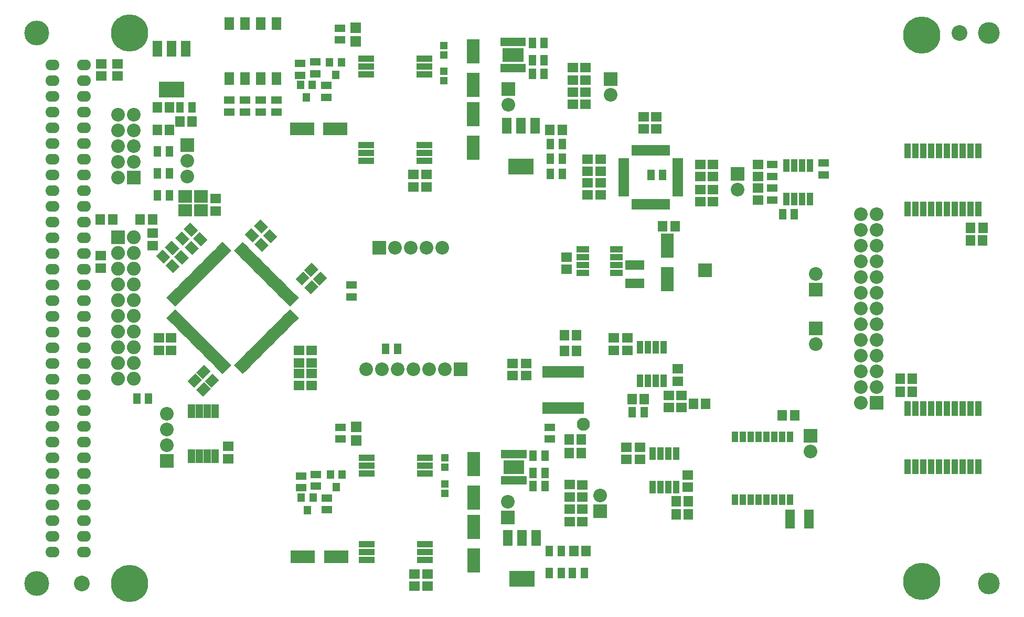
<source format=gts>
G04 #@! TF.FileFunction,Soldermask,Top*
%FSLAX46Y46*%
G04 Gerber Fmt 4.6, Leading zero omitted, Abs format (unit mm)*
G04 Created by KiCad (PCBNEW no-vcs-found-product) date Mon Sep  4 09:08:35 2017*
%MOMM*%
%LPD*%
G01*
G04 APERTURE LIST*
%ADD10C,0.150000*%
%ADD11R,2.235200X2.235200*%
%ADD12O,2.235200X2.235200*%
%ADD13C,6.008000*%
%ADD14O,2.308000X1.708000*%
%ADD15C,3.508000*%
%ADD16C,4.008000*%
%ADD17R,1.808000X1.208000*%
%ADD18R,0.758000X1.808000*%
%ADD19R,1.808000X0.758000*%
%ADD20R,0.958000X1.958000*%
%ADD21R,1.208000X1.808000*%
%ADD22R,4.165600X2.540000*%
%ADD23R,1.524000X2.540000*%
%ADD24R,2.108000X4.008000*%
%ADD25R,2.508000X1.108000*%
%ADD26R,0.928000X1.398000*%
%ADD27R,1.220500X1.333000*%
%ADD28R,1.308000X1.408000*%
%ADD29R,2.208000X2.208000*%
%ADD30O,2.208000X2.208000*%
%ADD31R,1.758000X1.508000*%
%ADD32R,4.008000X2.108000*%
%ADD33R,1.508000X1.758000*%
%ADD34R,3.008000X1.508000*%
%ADD35R,1.158000X2.208000*%
%ADD36R,1.108000X2.058000*%
%ADD37R,2.058000X1.108000*%
%ADD38R,1.108000X2.458000*%
%ADD39R,1.508000X3.008000*%
%ADD40R,1.016000X1.651000*%
%ADD41R,1.608000X2.008000*%
%ADD42C,2.108000*%
%ADD43C,2.540000*%
%ADD44R,1.708000X1.708000*%
%ADD45R,1.258000X1.308000*%
%ADD46R,2.208000X2.008000*%
G04 APERTURE END LIST*
D10*
D11*
X37226000Y-65140000D03*
D12*
X39766000Y-65140000D03*
X37226000Y-67680000D03*
X39766000Y-67680000D03*
X37226000Y-70220000D03*
X39766000Y-70220000D03*
X37226000Y-72760000D03*
X39766000Y-72760000D03*
X37226000Y-75300000D03*
X39766000Y-75300000D03*
X37226000Y-77840000D03*
X39766000Y-77840000D03*
X37226000Y-80380000D03*
X39766000Y-80380000D03*
X37226000Y-82920000D03*
X39766000Y-82920000D03*
X37226000Y-85460000D03*
X39766000Y-85460000D03*
X37226000Y-88000000D03*
X39766000Y-88000000D03*
D13*
X166946900Y-32512000D03*
X39096000Y-32170000D03*
X39096000Y-121170000D03*
D14*
X26636000Y-116090000D03*
D15*
X177766000Y-121170000D03*
X177766000Y-32170000D03*
D16*
X24096000Y-121170000D03*
X24096000Y-32170000D03*
D14*
X31716000Y-116090000D03*
X31716000Y-113550000D03*
X31716000Y-111010000D03*
X31716000Y-108470000D03*
X31716000Y-105930000D03*
X31716000Y-103390000D03*
X31716000Y-100850000D03*
X31716000Y-98310000D03*
X31716000Y-95770000D03*
X31716000Y-93230000D03*
X31716000Y-90690000D03*
X31716000Y-88150000D03*
X31716000Y-85610000D03*
X31716000Y-83070000D03*
X31716000Y-80530000D03*
X31716000Y-77990000D03*
X31716000Y-75450000D03*
X31716000Y-72910000D03*
X31716000Y-70370000D03*
X31716000Y-67830000D03*
X31716000Y-65290000D03*
X31716000Y-62750000D03*
X31716000Y-60210000D03*
X31716000Y-57670000D03*
X31716000Y-55130000D03*
X31716000Y-52590000D03*
X31716000Y-50050000D03*
X31716000Y-47510000D03*
X31716000Y-44970000D03*
X31716000Y-42430000D03*
X31716000Y-39890000D03*
X31716000Y-37350000D03*
X26636000Y-113550000D03*
X26636000Y-111010000D03*
X26636000Y-108470000D03*
X26636000Y-105930000D03*
X26636000Y-103390000D03*
X26636000Y-100850000D03*
X26636000Y-98310000D03*
X26636000Y-95770000D03*
X26636000Y-93230000D03*
X26636000Y-90690000D03*
X26636000Y-88150000D03*
X26636000Y-85610000D03*
X26636000Y-83070000D03*
X26636000Y-80530000D03*
X26636000Y-77990000D03*
X26636000Y-75450000D03*
X26636000Y-72910000D03*
X26636000Y-70370000D03*
X26636000Y-67830000D03*
X26636000Y-65290000D03*
X26636000Y-62750000D03*
X26636000Y-60210000D03*
X26636000Y-57670000D03*
X26636000Y-55130000D03*
X26636000Y-52590000D03*
X26636000Y-50050000D03*
X26636000Y-47510000D03*
X26636000Y-44970000D03*
X26636000Y-42430000D03*
X26636000Y-39890000D03*
X26636000Y-37350000D03*
D13*
X166946900Y-120828000D03*
D17*
X106900000Y-97760000D03*
X106900000Y-95860000D03*
D18*
X125940000Y-51149000D03*
X125440000Y-51149000D03*
X124940000Y-51149000D03*
X124440000Y-51149000D03*
X123940000Y-51149000D03*
X123440000Y-51149000D03*
X122940000Y-51149000D03*
X122440000Y-51149000D03*
X121940000Y-51149000D03*
X121440000Y-51149000D03*
X120940000Y-51149000D03*
X120440000Y-51149000D03*
D19*
X118840000Y-52749000D03*
X118840000Y-53249000D03*
X118840000Y-53749000D03*
X118840000Y-54249000D03*
X118840000Y-54749000D03*
X118840000Y-55249000D03*
X118840000Y-55749000D03*
X118840000Y-56249000D03*
X118840000Y-56749000D03*
X118840000Y-57249000D03*
X118840000Y-57749000D03*
X118840000Y-58249000D03*
D18*
X120440000Y-59849000D03*
X120940000Y-59849000D03*
X121440000Y-59849000D03*
X121940000Y-59849000D03*
X122440000Y-59849000D03*
X122940000Y-59849000D03*
X123440000Y-59849000D03*
X123940000Y-59849000D03*
X124440000Y-59849000D03*
X124940000Y-59849000D03*
X125440000Y-59849000D03*
X125940000Y-59849000D03*
D19*
X127540000Y-58249000D03*
X127540000Y-57749000D03*
X127540000Y-57249000D03*
X127540000Y-56749000D03*
X127540000Y-56249000D03*
X127540000Y-55749000D03*
X127540000Y-55249000D03*
X127540000Y-54749000D03*
X127540000Y-54249000D03*
X127540000Y-53749000D03*
X127540000Y-53249000D03*
X127540000Y-52749000D03*
D20*
X111941800Y-86889800D03*
X111291800Y-86889800D03*
X110641800Y-86889800D03*
X109991800Y-86889800D03*
X109341800Y-86889800D03*
X108691800Y-86889800D03*
X108041800Y-86889800D03*
X107391800Y-86889800D03*
X106741800Y-86889800D03*
X106091800Y-86889800D03*
X106091800Y-92789800D03*
X106741800Y-92789800D03*
X107391800Y-92789800D03*
X108041800Y-92789800D03*
X108691800Y-92789800D03*
X109341800Y-92789800D03*
X109991800Y-92789800D03*
X110641800Y-92789800D03*
X111291800Y-92789800D03*
X111941800Y-92789800D03*
D21*
X104206000Y-103251000D03*
X106106000Y-103251000D03*
X108730000Y-119470000D03*
X106830000Y-119470000D03*
D22*
X102362000Y-120396000D03*
D23*
X102362000Y-113792000D03*
X100076000Y-113792000D03*
X104648000Y-113792000D03*
D24*
X94615000Y-107221000D03*
X94615000Y-101821000D03*
X94615000Y-111981000D03*
X94615000Y-117381000D03*
D25*
X86742000Y-117348000D03*
X86742000Y-116078000D03*
X86742000Y-114808000D03*
X86742000Y-103378000D03*
X86742000Y-102108000D03*
X86742000Y-100838000D03*
X77342000Y-100838000D03*
X77342000Y-102108000D03*
X77342000Y-103378000D03*
X77342000Y-114808000D03*
X77342000Y-116078000D03*
X77342000Y-117348000D03*
D26*
X99467000Y-104467000D03*
X100117000Y-104467000D03*
X100767000Y-104467000D03*
X101417000Y-104467000D03*
X102067000Y-104467000D03*
X102717000Y-104467000D03*
X102717000Y-100257000D03*
X102067000Y-100257000D03*
X101417000Y-100257000D03*
X100767000Y-100257000D03*
X100117000Y-100257000D03*
X99467000Y-100257000D03*
D27*
X102160750Y-101949500D03*
X101448250Y-101949500D03*
X100735750Y-101949500D03*
X100023250Y-101949500D03*
X102160750Y-102774500D03*
X101448250Y-102774500D03*
X100735750Y-102774500D03*
X100023250Y-102774500D03*
D21*
X104206000Y-100457000D03*
X106106000Y-100457000D03*
X106106000Y-105410000D03*
X104206000Y-105410000D03*
X108730000Y-115870000D03*
X106830000Y-115870000D03*
X112460000Y-119470000D03*
X110560000Y-119470000D03*
D17*
X70904100Y-109195400D03*
X70904100Y-107295400D03*
X66713100Y-105639400D03*
X66713100Y-103739400D03*
X69126100Y-103485400D03*
X69126100Y-105385400D03*
D28*
X73378100Y-103562400D03*
X71478100Y-103562400D03*
X72428100Y-105562400D03*
X68679100Y-107245400D03*
X66779100Y-107245400D03*
X67729100Y-109245400D03*
D29*
X115000000Y-109470000D03*
D30*
X115000000Y-106930000D03*
D29*
X100140000Y-110500000D03*
D30*
X100140000Y-107960000D03*
D31*
X112120000Y-105180000D03*
X112120000Y-107180000D03*
X110090000Y-105170000D03*
X110090000Y-107170000D03*
X110090000Y-111110000D03*
X110090000Y-109110000D03*
X87185500Y-121586500D03*
X87185500Y-119586500D03*
X85026500Y-121586500D03*
X85026500Y-119586500D03*
X112120000Y-111110000D03*
X112120000Y-109110000D03*
D32*
X72423000Y-116840000D03*
X67023000Y-116840000D03*
D22*
X45800000Y-41292000D03*
D23*
X45800000Y-34688000D03*
X43514000Y-34688000D03*
X48086000Y-34688000D03*
D10*
G36*
X53498312Y-66458373D02*
X54069654Y-65887031D01*
X55489524Y-67306901D01*
X54918182Y-67878243D01*
X53498312Y-66458373D01*
X53498312Y-66458373D01*
G37*
G36*
X53144759Y-66811926D02*
X53716101Y-66240584D01*
X55135971Y-67660454D01*
X54564629Y-68231796D01*
X53144759Y-66811926D01*
X53144759Y-66811926D01*
G37*
G36*
X52791206Y-67165480D02*
X53362548Y-66594138D01*
X54782418Y-68014008D01*
X54211076Y-68585350D01*
X52791206Y-67165480D01*
X52791206Y-67165480D01*
G37*
G36*
X52437652Y-67519033D02*
X53008994Y-66947691D01*
X54428864Y-68367561D01*
X53857522Y-68938903D01*
X52437652Y-67519033D01*
X52437652Y-67519033D01*
G37*
G36*
X52084099Y-67872587D02*
X52655441Y-67301245D01*
X54075311Y-68721115D01*
X53503969Y-69292457D01*
X52084099Y-67872587D01*
X52084099Y-67872587D01*
G37*
G36*
X51730546Y-68226140D02*
X52301888Y-67654798D01*
X53721758Y-69074668D01*
X53150416Y-69646010D01*
X51730546Y-68226140D01*
X51730546Y-68226140D01*
G37*
G36*
X51376992Y-68579693D02*
X51948334Y-68008351D01*
X53368204Y-69428221D01*
X52796862Y-69999563D01*
X51376992Y-68579693D01*
X51376992Y-68579693D01*
G37*
G36*
X51023439Y-68933247D02*
X51594781Y-68361905D01*
X53014651Y-69781775D01*
X52443309Y-70353117D01*
X51023439Y-68933247D01*
X51023439Y-68933247D01*
G37*
G36*
X50669885Y-69286800D02*
X51241227Y-68715458D01*
X52661097Y-70135328D01*
X52089755Y-70706670D01*
X50669885Y-69286800D01*
X50669885Y-69286800D01*
G37*
G36*
X50316332Y-69640354D02*
X50887674Y-69069012D01*
X52307544Y-70488882D01*
X51736202Y-71060224D01*
X50316332Y-69640354D01*
X50316332Y-69640354D01*
G37*
G36*
X49962779Y-69993907D02*
X50534121Y-69422565D01*
X51953991Y-70842435D01*
X51382649Y-71413777D01*
X49962779Y-69993907D01*
X49962779Y-69993907D01*
G37*
G36*
X49609225Y-70347460D02*
X50180567Y-69776118D01*
X51600437Y-71195988D01*
X51029095Y-71767330D01*
X49609225Y-70347460D01*
X49609225Y-70347460D01*
G37*
G36*
X49255672Y-70701014D02*
X49827014Y-70129672D01*
X51246884Y-71549542D01*
X50675542Y-72120884D01*
X49255672Y-70701014D01*
X49255672Y-70701014D01*
G37*
G36*
X48902118Y-71054567D02*
X49473460Y-70483225D01*
X50893330Y-71903095D01*
X50321988Y-72474437D01*
X48902118Y-71054567D01*
X48902118Y-71054567D01*
G37*
G36*
X48548565Y-71408121D02*
X49119907Y-70836779D01*
X50539777Y-72256649D01*
X49968435Y-72827991D01*
X48548565Y-71408121D01*
X48548565Y-71408121D01*
G37*
G36*
X48195012Y-71761674D02*
X48766354Y-71190332D01*
X50186224Y-72610202D01*
X49614882Y-73181544D01*
X48195012Y-71761674D01*
X48195012Y-71761674D01*
G37*
G36*
X47841458Y-72115227D02*
X48412800Y-71543885D01*
X49832670Y-72963755D01*
X49261328Y-73535097D01*
X47841458Y-72115227D01*
X47841458Y-72115227D01*
G37*
G36*
X47487905Y-72468781D02*
X48059247Y-71897439D01*
X49479117Y-73317309D01*
X48907775Y-73888651D01*
X47487905Y-72468781D01*
X47487905Y-72468781D01*
G37*
G36*
X47134351Y-72822334D02*
X47705693Y-72250992D01*
X49125563Y-73670862D01*
X48554221Y-74242204D01*
X47134351Y-72822334D01*
X47134351Y-72822334D01*
G37*
G36*
X46780798Y-73175888D02*
X47352140Y-72604546D01*
X48772010Y-74024416D01*
X48200668Y-74595758D01*
X46780798Y-73175888D01*
X46780798Y-73175888D01*
G37*
G36*
X46427245Y-73529441D02*
X46998587Y-72958099D01*
X48418457Y-74377969D01*
X47847115Y-74949311D01*
X46427245Y-73529441D01*
X46427245Y-73529441D01*
G37*
G36*
X46073691Y-73882994D02*
X46645033Y-73311652D01*
X48064903Y-74731522D01*
X47493561Y-75302864D01*
X46073691Y-73882994D01*
X46073691Y-73882994D01*
G37*
G36*
X45720138Y-74236548D02*
X46291480Y-73665206D01*
X47711350Y-75085076D01*
X47140008Y-75656418D01*
X45720138Y-74236548D01*
X45720138Y-74236548D01*
G37*
G36*
X45366584Y-74590101D02*
X45937926Y-74018759D01*
X47357796Y-75438629D01*
X46786454Y-76009971D01*
X45366584Y-74590101D01*
X45366584Y-74590101D01*
G37*
G36*
X45013031Y-74943654D02*
X45584373Y-74372312D01*
X47004243Y-75792182D01*
X46432901Y-76363524D01*
X45013031Y-74943654D01*
X45013031Y-74943654D01*
G37*
G36*
X45584373Y-78767688D02*
X45013031Y-78196346D01*
X46432901Y-76776476D01*
X47004243Y-77347818D01*
X45584373Y-78767688D01*
X45584373Y-78767688D01*
G37*
G36*
X45937926Y-79121241D02*
X45366584Y-78549899D01*
X46786454Y-77130029D01*
X47357796Y-77701371D01*
X45937926Y-79121241D01*
X45937926Y-79121241D01*
G37*
G36*
X46291480Y-79474794D02*
X45720138Y-78903452D01*
X47140008Y-77483582D01*
X47711350Y-78054924D01*
X46291480Y-79474794D01*
X46291480Y-79474794D01*
G37*
G36*
X46645033Y-79828348D02*
X46073691Y-79257006D01*
X47493561Y-77837136D01*
X48064903Y-78408478D01*
X46645033Y-79828348D01*
X46645033Y-79828348D01*
G37*
G36*
X46998587Y-80181901D02*
X46427245Y-79610559D01*
X47847115Y-78190689D01*
X48418457Y-78762031D01*
X46998587Y-80181901D01*
X46998587Y-80181901D01*
G37*
G36*
X47352140Y-80535454D02*
X46780798Y-79964112D01*
X48200668Y-78544242D01*
X48772010Y-79115584D01*
X47352140Y-80535454D01*
X47352140Y-80535454D01*
G37*
G36*
X47705693Y-80889008D02*
X47134351Y-80317666D01*
X48554221Y-78897796D01*
X49125563Y-79469138D01*
X47705693Y-80889008D01*
X47705693Y-80889008D01*
G37*
G36*
X48059247Y-81242561D02*
X47487905Y-80671219D01*
X48907775Y-79251349D01*
X49479117Y-79822691D01*
X48059247Y-81242561D01*
X48059247Y-81242561D01*
G37*
G36*
X48412800Y-81596115D02*
X47841458Y-81024773D01*
X49261328Y-79604903D01*
X49832670Y-80176245D01*
X48412800Y-81596115D01*
X48412800Y-81596115D01*
G37*
G36*
X48766354Y-81949668D02*
X48195012Y-81378326D01*
X49614882Y-79958456D01*
X50186224Y-80529798D01*
X48766354Y-81949668D01*
X48766354Y-81949668D01*
G37*
G36*
X49119907Y-82303221D02*
X48548565Y-81731879D01*
X49968435Y-80312009D01*
X50539777Y-80883351D01*
X49119907Y-82303221D01*
X49119907Y-82303221D01*
G37*
G36*
X49473460Y-82656775D02*
X48902118Y-82085433D01*
X50321988Y-80665563D01*
X50893330Y-81236905D01*
X49473460Y-82656775D01*
X49473460Y-82656775D01*
G37*
G36*
X49827014Y-83010328D02*
X49255672Y-82438986D01*
X50675542Y-81019116D01*
X51246884Y-81590458D01*
X49827014Y-83010328D01*
X49827014Y-83010328D01*
G37*
G36*
X50180567Y-83363882D02*
X49609225Y-82792540D01*
X51029095Y-81372670D01*
X51600437Y-81944012D01*
X50180567Y-83363882D01*
X50180567Y-83363882D01*
G37*
G36*
X50534121Y-83717435D02*
X49962779Y-83146093D01*
X51382649Y-81726223D01*
X51953991Y-82297565D01*
X50534121Y-83717435D01*
X50534121Y-83717435D01*
G37*
G36*
X50887674Y-84070988D02*
X50316332Y-83499646D01*
X51736202Y-82079776D01*
X52307544Y-82651118D01*
X50887674Y-84070988D01*
X50887674Y-84070988D01*
G37*
G36*
X51241227Y-84424542D02*
X50669885Y-83853200D01*
X52089755Y-82433330D01*
X52661097Y-83004672D01*
X51241227Y-84424542D01*
X51241227Y-84424542D01*
G37*
G36*
X51594781Y-84778095D02*
X51023439Y-84206753D01*
X52443309Y-82786883D01*
X53014651Y-83358225D01*
X51594781Y-84778095D01*
X51594781Y-84778095D01*
G37*
G36*
X51948334Y-85131649D02*
X51376992Y-84560307D01*
X52796862Y-83140437D01*
X53368204Y-83711779D01*
X51948334Y-85131649D01*
X51948334Y-85131649D01*
G37*
G36*
X52301888Y-85485202D02*
X51730546Y-84913860D01*
X53150416Y-83493990D01*
X53721758Y-84065332D01*
X52301888Y-85485202D01*
X52301888Y-85485202D01*
G37*
G36*
X52655441Y-85838755D02*
X52084099Y-85267413D01*
X53503969Y-83847543D01*
X54075311Y-84418885D01*
X52655441Y-85838755D01*
X52655441Y-85838755D01*
G37*
G36*
X53008994Y-86192309D02*
X52437652Y-85620967D01*
X53857522Y-84201097D01*
X54428864Y-84772439D01*
X53008994Y-86192309D01*
X53008994Y-86192309D01*
G37*
G36*
X53362548Y-86545862D02*
X52791206Y-85974520D01*
X54211076Y-84554650D01*
X54782418Y-85125992D01*
X53362548Y-86545862D01*
X53362548Y-86545862D01*
G37*
G36*
X53716101Y-86899416D02*
X53144759Y-86328074D01*
X54564629Y-84908204D01*
X55135971Y-85479546D01*
X53716101Y-86899416D01*
X53716101Y-86899416D01*
G37*
G36*
X54069654Y-87252969D02*
X53498312Y-86681627D01*
X54918182Y-85261757D01*
X55489524Y-85833099D01*
X54069654Y-87252969D01*
X54069654Y-87252969D01*
G37*
G36*
X55902476Y-85833099D02*
X56473818Y-85261757D01*
X57893688Y-86681627D01*
X57322346Y-87252969D01*
X55902476Y-85833099D01*
X55902476Y-85833099D01*
G37*
G36*
X56256029Y-85479546D02*
X56827371Y-84908204D01*
X58247241Y-86328074D01*
X57675899Y-86899416D01*
X56256029Y-85479546D01*
X56256029Y-85479546D01*
G37*
G36*
X56609582Y-85125992D02*
X57180924Y-84554650D01*
X58600794Y-85974520D01*
X58029452Y-86545862D01*
X56609582Y-85125992D01*
X56609582Y-85125992D01*
G37*
G36*
X56963136Y-84772439D02*
X57534478Y-84201097D01*
X58954348Y-85620967D01*
X58383006Y-86192309D01*
X56963136Y-84772439D01*
X56963136Y-84772439D01*
G37*
G36*
X57316689Y-84418885D02*
X57888031Y-83847543D01*
X59307901Y-85267413D01*
X58736559Y-85838755D01*
X57316689Y-84418885D01*
X57316689Y-84418885D01*
G37*
G36*
X57670242Y-84065332D02*
X58241584Y-83493990D01*
X59661454Y-84913860D01*
X59090112Y-85485202D01*
X57670242Y-84065332D01*
X57670242Y-84065332D01*
G37*
G36*
X58023796Y-83711779D02*
X58595138Y-83140437D01*
X60015008Y-84560307D01*
X59443666Y-85131649D01*
X58023796Y-83711779D01*
X58023796Y-83711779D01*
G37*
G36*
X58377349Y-83358225D02*
X58948691Y-82786883D01*
X60368561Y-84206753D01*
X59797219Y-84778095D01*
X58377349Y-83358225D01*
X58377349Y-83358225D01*
G37*
G36*
X58730903Y-83004672D02*
X59302245Y-82433330D01*
X60722115Y-83853200D01*
X60150773Y-84424542D01*
X58730903Y-83004672D01*
X58730903Y-83004672D01*
G37*
G36*
X59084456Y-82651118D02*
X59655798Y-82079776D01*
X61075668Y-83499646D01*
X60504326Y-84070988D01*
X59084456Y-82651118D01*
X59084456Y-82651118D01*
G37*
G36*
X59438009Y-82297565D02*
X60009351Y-81726223D01*
X61429221Y-83146093D01*
X60857879Y-83717435D01*
X59438009Y-82297565D01*
X59438009Y-82297565D01*
G37*
G36*
X59791563Y-81944012D02*
X60362905Y-81372670D01*
X61782775Y-82792540D01*
X61211433Y-83363882D01*
X59791563Y-81944012D01*
X59791563Y-81944012D01*
G37*
G36*
X60145116Y-81590458D02*
X60716458Y-81019116D01*
X62136328Y-82438986D01*
X61564986Y-83010328D01*
X60145116Y-81590458D01*
X60145116Y-81590458D01*
G37*
G36*
X60498670Y-81236905D02*
X61070012Y-80665563D01*
X62489882Y-82085433D01*
X61918540Y-82656775D01*
X60498670Y-81236905D01*
X60498670Y-81236905D01*
G37*
G36*
X60852223Y-80883351D02*
X61423565Y-80312009D01*
X62843435Y-81731879D01*
X62272093Y-82303221D01*
X60852223Y-80883351D01*
X60852223Y-80883351D01*
G37*
G36*
X61205776Y-80529798D02*
X61777118Y-79958456D01*
X63196988Y-81378326D01*
X62625646Y-81949668D01*
X61205776Y-80529798D01*
X61205776Y-80529798D01*
G37*
G36*
X61559330Y-80176245D02*
X62130672Y-79604903D01*
X63550542Y-81024773D01*
X62979200Y-81596115D01*
X61559330Y-80176245D01*
X61559330Y-80176245D01*
G37*
G36*
X61912883Y-79822691D02*
X62484225Y-79251349D01*
X63904095Y-80671219D01*
X63332753Y-81242561D01*
X61912883Y-79822691D01*
X61912883Y-79822691D01*
G37*
G36*
X62266437Y-79469138D02*
X62837779Y-78897796D01*
X64257649Y-80317666D01*
X63686307Y-80889008D01*
X62266437Y-79469138D01*
X62266437Y-79469138D01*
G37*
G36*
X62619990Y-79115584D02*
X63191332Y-78544242D01*
X64611202Y-79964112D01*
X64039860Y-80535454D01*
X62619990Y-79115584D01*
X62619990Y-79115584D01*
G37*
G36*
X62973543Y-78762031D02*
X63544885Y-78190689D01*
X64964755Y-79610559D01*
X64393413Y-80181901D01*
X62973543Y-78762031D01*
X62973543Y-78762031D01*
G37*
G36*
X63327097Y-78408478D02*
X63898439Y-77837136D01*
X65318309Y-79257006D01*
X64746967Y-79828348D01*
X63327097Y-78408478D01*
X63327097Y-78408478D01*
G37*
G36*
X63680650Y-78054924D02*
X64251992Y-77483582D01*
X65671862Y-78903452D01*
X65100520Y-79474794D01*
X63680650Y-78054924D01*
X63680650Y-78054924D01*
G37*
G36*
X64034204Y-77701371D02*
X64605546Y-77130029D01*
X66025416Y-78549899D01*
X65454074Y-79121241D01*
X64034204Y-77701371D01*
X64034204Y-77701371D01*
G37*
G36*
X64387757Y-77347818D02*
X64959099Y-76776476D01*
X66378969Y-78196346D01*
X65807627Y-78767688D01*
X64387757Y-77347818D01*
X64387757Y-77347818D01*
G37*
G36*
X64959099Y-76363524D02*
X64387757Y-75792182D01*
X65807627Y-74372312D01*
X66378969Y-74943654D01*
X64959099Y-76363524D01*
X64959099Y-76363524D01*
G37*
G36*
X64605546Y-76009971D02*
X64034204Y-75438629D01*
X65454074Y-74018759D01*
X66025416Y-74590101D01*
X64605546Y-76009971D01*
X64605546Y-76009971D01*
G37*
G36*
X64251992Y-75656418D02*
X63680650Y-75085076D01*
X65100520Y-73665206D01*
X65671862Y-74236548D01*
X64251992Y-75656418D01*
X64251992Y-75656418D01*
G37*
G36*
X63898439Y-75302864D02*
X63327097Y-74731522D01*
X64746967Y-73311652D01*
X65318309Y-73882994D01*
X63898439Y-75302864D01*
X63898439Y-75302864D01*
G37*
G36*
X63544885Y-74949311D02*
X62973543Y-74377969D01*
X64393413Y-72958099D01*
X64964755Y-73529441D01*
X63544885Y-74949311D01*
X63544885Y-74949311D01*
G37*
G36*
X63191332Y-74595758D02*
X62619990Y-74024416D01*
X64039860Y-72604546D01*
X64611202Y-73175888D01*
X63191332Y-74595758D01*
X63191332Y-74595758D01*
G37*
G36*
X62837779Y-74242204D02*
X62266437Y-73670862D01*
X63686307Y-72250992D01*
X64257649Y-72822334D01*
X62837779Y-74242204D01*
X62837779Y-74242204D01*
G37*
G36*
X62484225Y-73888651D02*
X61912883Y-73317309D01*
X63332753Y-71897439D01*
X63904095Y-72468781D01*
X62484225Y-73888651D01*
X62484225Y-73888651D01*
G37*
G36*
X62130672Y-73535097D02*
X61559330Y-72963755D01*
X62979200Y-71543885D01*
X63550542Y-72115227D01*
X62130672Y-73535097D01*
X62130672Y-73535097D01*
G37*
G36*
X61777118Y-73181544D02*
X61205776Y-72610202D01*
X62625646Y-71190332D01*
X63196988Y-71761674D01*
X61777118Y-73181544D01*
X61777118Y-73181544D01*
G37*
G36*
X61423565Y-72827991D02*
X60852223Y-72256649D01*
X62272093Y-70836779D01*
X62843435Y-71408121D01*
X61423565Y-72827991D01*
X61423565Y-72827991D01*
G37*
G36*
X61070012Y-72474437D02*
X60498670Y-71903095D01*
X61918540Y-70483225D01*
X62489882Y-71054567D01*
X61070012Y-72474437D01*
X61070012Y-72474437D01*
G37*
G36*
X60716458Y-72120884D02*
X60145116Y-71549542D01*
X61564986Y-70129672D01*
X62136328Y-70701014D01*
X60716458Y-72120884D01*
X60716458Y-72120884D01*
G37*
G36*
X60362905Y-71767330D02*
X59791563Y-71195988D01*
X61211433Y-69776118D01*
X61782775Y-70347460D01*
X60362905Y-71767330D01*
X60362905Y-71767330D01*
G37*
G36*
X60009351Y-71413777D02*
X59438009Y-70842435D01*
X60857879Y-69422565D01*
X61429221Y-69993907D01*
X60009351Y-71413777D01*
X60009351Y-71413777D01*
G37*
G36*
X59655798Y-71060224D02*
X59084456Y-70488882D01*
X60504326Y-69069012D01*
X61075668Y-69640354D01*
X59655798Y-71060224D01*
X59655798Y-71060224D01*
G37*
G36*
X59302245Y-70706670D02*
X58730903Y-70135328D01*
X60150773Y-68715458D01*
X60722115Y-69286800D01*
X59302245Y-70706670D01*
X59302245Y-70706670D01*
G37*
G36*
X58948691Y-70353117D02*
X58377349Y-69781775D01*
X59797219Y-68361905D01*
X60368561Y-68933247D01*
X58948691Y-70353117D01*
X58948691Y-70353117D01*
G37*
G36*
X58595138Y-69999563D02*
X58023796Y-69428221D01*
X59443666Y-68008351D01*
X60015008Y-68579693D01*
X58595138Y-69999563D01*
X58595138Y-69999563D01*
G37*
G36*
X58241584Y-69646010D02*
X57670242Y-69074668D01*
X59090112Y-67654798D01*
X59661454Y-68226140D01*
X58241584Y-69646010D01*
X58241584Y-69646010D01*
G37*
G36*
X57888031Y-69292457D02*
X57316689Y-68721115D01*
X58736559Y-67301245D01*
X59307901Y-67872587D01*
X57888031Y-69292457D01*
X57888031Y-69292457D01*
G37*
G36*
X57534478Y-68938903D02*
X56963136Y-68367561D01*
X58383006Y-66947691D01*
X58954348Y-67519033D01*
X57534478Y-68938903D01*
X57534478Y-68938903D01*
G37*
G36*
X57180924Y-68585350D02*
X56609582Y-68014008D01*
X58029452Y-66594138D01*
X58600794Y-67165480D01*
X57180924Y-68585350D01*
X57180924Y-68585350D01*
G37*
G36*
X56827371Y-68231796D02*
X56256029Y-67660454D01*
X57675899Y-66240584D01*
X58247241Y-66811926D01*
X56827371Y-68231796D01*
X56827371Y-68231796D01*
G37*
G36*
X56473818Y-67878243D02*
X55902476Y-67306901D01*
X57322346Y-65887031D01*
X57893688Y-66458373D01*
X56473818Y-67878243D01*
X56473818Y-67878243D01*
G37*
D32*
X72296000Y-47625000D03*
X66896000Y-47625000D03*
D31*
X37080000Y-39110000D03*
X37080000Y-37110000D03*
X34530000Y-39110000D03*
X34530000Y-37110000D03*
D33*
X43520000Y-44210000D03*
X45520000Y-44210000D03*
X43520000Y-47780000D03*
X45520000Y-47780000D03*
D31*
X52960000Y-60940000D03*
X52960000Y-58940000D03*
X54991000Y-98949000D03*
X54991000Y-100949000D03*
D10*
G36*
X48878719Y-62781188D02*
X50121812Y-64024281D01*
X49055495Y-65090598D01*
X47812402Y-63847505D01*
X48878719Y-62781188D01*
X48878719Y-62781188D01*
G37*
G36*
X47464505Y-64195402D02*
X48707598Y-65438495D01*
X47641281Y-66504812D01*
X46398188Y-65261719D01*
X47464505Y-64195402D01*
X47464505Y-64195402D01*
G37*
G36*
X50402719Y-64305188D02*
X51645812Y-65548281D01*
X50579495Y-66614598D01*
X49336402Y-65371505D01*
X50402719Y-64305188D01*
X50402719Y-64305188D01*
G37*
G36*
X48988505Y-65719402D02*
X50231598Y-66962495D01*
X49165281Y-68028812D01*
X47922188Y-66785719D01*
X48988505Y-65719402D01*
X48988505Y-65719402D01*
G37*
D31*
X43815000Y-81423000D03*
X43815000Y-83423000D03*
X45720000Y-81423000D03*
X45720000Y-83423000D03*
D10*
G36*
X48430188Y-88408281D02*
X49673281Y-87165188D01*
X50739598Y-88231505D01*
X49496505Y-89474598D01*
X48430188Y-88408281D01*
X48430188Y-88408281D01*
G37*
G36*
X49844402Y-89822495D02*
X51087495Y-88579402D01*
X52153812Y-89645719D01*
X50910719Y-90888812D01*
X49844402Y-89822495D01*
X49844402Y-89822495D01*
G37*
G36*
X49827188Y-87011281D02*
X51070281Y-85768188D01*
X52136598Y-86834505D01*
X50893505Y-88077598D01*
X49827188Y-87011281D01*
X49827188Y-87011281D01*
G37*
G36*
X51241402Y-88425495D02*
X52484495Y-87182402D01*
X53550812Y-88248719D01*
X52307719Y-89491812D01*
X51241402Y-88425495D01*
X51241402Y-88425495D01*
G37*
D31*
X42760000Y-64490000D03*
X42760000Y-66490000D03*
D33*
X42760000Y-62280000D03*
X40760000Y-62280000D03*
D31*
X66421000Y-89138000D03*
X66421000Y-87138000D03*
X68453000Y-89138000D03*
X68453000Y-87138000D03*
D10*
G36*
X65829188Y-71898281D02*
X67072281Y-70655188D01*
X68138598Y-71721505D01*
X66895505Y-72964598D01*
X65829188Y-71898281D01*
X65829188Y-71898281D01*
G37*
G36*
X67243402Y-73312495D02*
X68486495Y-72069402D01*
X69552812Y-73135719D01*
X68309719Y-74378812D01*
X67243402Y-73312495D01*
X67243402Y-73312495D01*
G37*
G36*
X67226188Y-70501281D02*
X68469281Y-69258188D01*
X69535598Y-70324505D01*
X68292505Y-71567598D01*
X67226188Y-70501281D01*
X67226188Y-70501281D01*
G37*
G36*
X68640402Y-71915495D02*
X69883495Y-70672402D01*
X70949812Y-71738719D01*
X69706719Y-72981812D01*
X68640402Y-71915495D01*
X68640402Y-71915495D01*
G37*
G36*
X58921281Y-65991812D02*
X57678188Y-64748719D01*
X58744505Y-63682402D01*
X59987598Y-64925495D01*
X58921281Y-65991812D01*
X58921281Y-65991812D01*
G37*
G36*
X60335495Y-64577598D02*
X59092402Y-63334505D01*
X60158719Y-62268188D01*
X61401812Y-63511281D01*
X60335495Y-64577598D01*
X60335495Y-64577598D01*
G37*
G36*
X60451281Y-67531812D02*
X59208188Y-66288719D01*
X60274505Y-65222402D01*
X61517598Y-66465495D01*
X60451281Y-67531812D01*
X60451281Y-67531812D01*
G37*
G36*
X61865495Y-66117598D02*
X60622402Y-64874505D01*
X61688719Y-63808188D01*
X62931812Y-65051281D01*
X61865495Y-66117598D01*
X61865495Y-66117598D01*
G37*
D31*
X34370000Y-68170000D03*
X34370000Y-70170000D03*
D33*
X34340000Y-62280000D03*
X36340000Y-62280000D03*
D10*
G36*
X45848719Y-65708188D02*
X47091812Y-66951281D01*
X46025495Y-68017598D01*
X44782402Y-66774505D01*
X45848719Y-65708188D01*
X45848719Y-65708188D01*
G37*
G36*
X44434505Y-67122402D02*
X45677598Y-68365495D01*
X44611281Y-69431812D01*
X43368188Y-68188719D01*
X44434505Y-67122402D01*
X44434505Y-67122402D01*
G37*
G36*
X47354719Y-67226188D02*
X48597812Y-68469281D01*
X47531495Y-69535598D01*
X46288402Y-68292505D01*
X47354719Y-67226188D01*
X47354719Y-67226188D01*
G37*
G36*
X45940505Y-68640402D02*
X47183598Y-69883495D01*
X46117281Y-70949812D01*
X44874188Y-69706719D01*
X45940505Y-68640402D01*
X45940505Y-68640402D01*
G37*
D31*
X66421000Y-85455000D03*
X66421000Y-83455000D03*
X68453000Y-85455000D03*
X68453000Y-83455000D03*
D33*
X130064000Y-92075000D03*
X132064000Y-92075000D03*
X109236000Y-81026000D03*
X111236000Y-81026000D03*
X109236000Y-83566000D03*
X111236000Y-83566000D03*
X122158000Y-91313000D03*
X120158000Y-91313000D03*
X144415000Y-93980000D03*
X146415000Y-93980000D03*
X111990000Y-97890000D03*
X109990000Y-97890000D03*
X127270000Y-107823000D03*
X129270000Y-107823000D03*
D31*
X121412000Y-101076000D03*
X121412000Y-99076000D03*
D33*
X127270000Y-109982000D03*
X129270000Y-109982000D03*
D31*
X119253000Y-101076000D03*
X119253000Y-99076000D03*
X119380000Y-81423000D03*
X119380000Y-83423000D03*
X126111000Y-92694000D03*
X126111000Y-90694000D03*
X117221000Y-81423000D03*
X117221000Y-83423000D03*
X128143000Y-92694000D03*
X128143000Y-90694000D03*
X129150000Y-105570000D03*
X129150000Y-103570000D03*
X127571500Y-86439500D03*
X127571500Y-88439500D03*
X109601000Y-68370000D03*
X109601000Y-70370000D03*
X112649000Y-41672000D03*
X112649000Y-43672000D03*
X86995000Y-57007000D03*
X86995000Y-55007000D03*
X84836000Y-57007000D03*
X84836000Y-55007000D03*
X110617000Y-41672000D03*
X110617000Y-43672000D03*
D34*
X120580000Y-69620000D03*
X120580000Y-72620000D03*
D31*
X110630000Y-39740000D03*
X110630000Y-37740000D03*
X112650000Y-39740000D03*
X112650000Y-37740000D03*
X140462000Y-53356000D03*
X140462000Y-55356000D03*
X140462000Y-57166000D03*
X140462000Y-59166000D03*
X124079000Y-45672500D03*
X124079000Y-47672500D03*
X122047000Y-45672500D03*
X122047000Y-47672500D03*
X131191000Y-57420000D03*
X131191000Y-59420000D03*
X133223000Y-53356000D03*
X133223000Y-55356000D03*
X133223000Y-57420000D03*
X133223000Y-59420000D03*
X131191000Y-53356000D03*
X131191000Y-55356000D03*
X112966500Y-52530500D03*
X112966500Y-54530500D03*
X115125500Y-52530500D03*
X115125500Y-54530500D03*
X112966500Y-56340500D03*
X112966500Y-58340500D03*
X115125500Y-56340500D03*
X115125500Y-58340500D03*
D24*
X125870000Y-71940000D03*
X125870000Y-66540000D03*
D33*
X125110000Y-63410000D03*
X127110000Y-63410000D03*
X176806100Y-63639700D03*
X174806100Y-63639700D03*
X176768000Y-65659000D03*
X174768000Y-65659000D03*
X163410000Y-90180000D03*
X165410000Y-90180000D03*
X163410000Y-88010000D03*
X165410000Y-88010000D03*
D29*
X39740000Y-55510000D03*
D30*
X37200000Y-55510000D03*
X39740000Y-52970000D03*
X37200000Y-52970000D03*
X39740000Y-50430000D03*
X37200000Y-50430000D03*
X39740000Y-47890000D03*
X37200000Y-47890000D03*
X39740000Y-45350000D03*
X37200000Y-45350000D03*
D29*
X45085000Y-101346000D03*
D30*
X45085000Y-98806000D03*
X45085000Y-96266000D03*
X45085000Y-93726000D03*
D29*
X48360000Y-50290000D03*
D30*
X48360000Y-52830000D03*
X48360000Y-55370000D03*
D29*
X149800000Y-79920000D03*
D30*
X149800000Y-82460000D03*
D29*
X92456000Y-86487000D03*
D30*
X89916000Y-86487000D03*
X87376000Y-86487000D03*
X84836000Y-86487000D03*
X82296000Y-86487000D03*
X79756000Y-86487000D03*
X77216000Y-86487000D03*
D29*
X148971000Y-97282000D03*
D30*
X148971000Y-99822000D03*
D29*
X100200000Y-41220000D03*
D30*
X100200000Y-43760000D03*
D29*
X131960000Y-70520000D03*
X137223500Y-54927500D03*
D30*
X137223500Y-57467500D03*
D29*
X116713000Y-39624000D03*
D30*
X116713000Y-42164000D03*
D28*
X68552100Y-40570400D03*
X66652100Y-40570400D03*
X67602100Y-42570400D03*
X73251100Y-36887400D03*
X71351100Y-36887400D03*
X72301100Y-38887400D03*
D17*
X68999100Y-36810400D03*
X68999100Y-38710400D03*
X66586100Y-38964400D03*
X66586100Y-37064400D03*
X70777100Y-42520400D03*
X70777100Y-40620400D03*
D21*
X49120000Y-44200000D03*
X47220000Y-44200000D03*
X43570000Y-51320000D03*
X45470000Y-51320000D03*
D17*
X62807600Y-44892000D03*
X62807600Y-42992000D03*
X60267600Y-44892000D03*
X60267600Y-42992000D03*
X57727600Y-44892000D03*
X57727600Y-42992000D03*
X55187600Y-44892000D03*
X55187600Y-42992000D03*
D21*
X43570000Y-54870000D03*
X45470000Y-54870000D03*
X43570000Y-58430000D03*
X45470000Y-58430000D03*
X120208000Y-93472000D03*
X122108000Y-93472000D03*
X106990000Y-54890000D03*
X108890000Y-54890000D03*
X108890000Y-50090000D03*
X106990000Y-50090000D03*
D17*
X151066500Y-53152000D03*
X151066500Y-55052000D03*
D21*
X104079000Y-38735000D03*
X105979000Y-38735000D03*
X104079000Y-33782000D03*
X105979000Y-33782000D03*
X146365000Y-61404500D03*
X144465000Y-61404500D03*
D17*
X142748000Y-55306000D03*
X142748000Y-53406000D03*
X142811500Y-57216000D03*
X142811500Y-59116000D03*
D21*
X125130000Y-55050000D03*
X123230000Y-55050000D03*
D35*
X49022000Y-100551000D03*
X50292000Y-100551000D03*
X51562000Y-100551000D03*
X52832000Y-100551000D03*
X52832000Y-93251000D03*
X51562000Y-93251000D03*
X50292000Y-93251000D03*
X49022000Y-93251000D03*
D36*
X127254000Y-100170000D03*
X125984000Y-100170000D03*
X124714000Y-100170000D03*
X123444000Y-100170000D03*
X123444000Y-105570000D03*
X124714000Y-105570000D03*
X125984000Y-105570000D03*
X127254000Y-105570000D03*
X145097500Y-58961000D03*
X146367500Y-58961000D03*
X147637500Y-58961000D03*
X148907500Y-58961000D03*
X148907500Y-53561000D03*
X147637500Y-53561000D03*
X146367500Y-53561000D03*
X145097500Y-53561000D03*
D37*
X112235000Y-67084000D03*
X112235000Y-68354000D03*
X112235000Y-69624000D03*
X112235000Y-70894000D03*
X117635000Y-70894000D03*
X117635000Y-69624000D03*
X117635000Y-68354000D03*
X117635000Y-67084000D03*
D26*
X99340000Y-37792000D03*
X99990000Y-37792000D03*
X100640000Y-37792000D03*
X101290000Y-37792000D03*
X101940000Y-37792000D03*
X102590000Y-37792000D03*
X102590000Y-33582000D03*
X101940000Y-33582000D03*
X101290000Y-33582000D03*
X100640000Y-33582000D03*
X99990000Y-33582000D03*
X99340000Y-33582000D03*
D27*
X102033750Y-35274500D03*
X101321250Y-35274500D03*
X100608750Y-35274500D03*
X99896250Y-35274500D03*
X102033750Y-36099500D03*
X101321250Y-36099500D03*
X100608750Y-36099500D03*
X99896250Y-36099500D03*
D25*
X86615000Y-52832000D03*
X86615000Y-51562000D03*
X86615000Y-50292000D03*
X86615000Y-38862000D03*
X86615000Y-37592000D03*
X86615000Y-36322000D03*
X77215000Y-36322000D03*
X77215000Y-37592000D03*
X77215000Y-38862000D03*
X77215000Y-50292000D03*
X77215000Y-51562000D03*
X77215000Y-52832000D03*
D38*
X176022000Y-51180000D03*
X174752000Y-51180000D03*
X173482000Y-51180000D03*
X172212000Y-51180000D03*
X170942000Y-51180000D03*
X169672000Y-51180000D03*
X168402000Y-51180000D03*
X167132000Y-51180000D03*
X165862000Y-51180000D03*
X164592000Y-51180000D03*
X164592000Y-60580000D03*
X165862000Y-60580000D03*
X167132000Y-60580000D03*
X168402000Y-60580000D03*
X169672000Y-60580000D03*
X170942000Y-60580000D03*
X172212000Y-60580000D03*
X173482000Y-60580000D03*
X174752000Y-60580000D03*
X176022000Y-60580000D03*
X164592000Y-102236000D03*
X165862000Y-102236000D03*
X167132000Y-102236000D03*
X168402000Y-102236000D03*
X169672000Y-102236000D03*
X170942000Y-102236000D03*
X172212000Y-102236000D03*
X173482000Y-102236000D03*
X174752000Y-102236000D03*
X176022000Y-102236000D03*
X176022000Y-92836000D03*
X174752000Y-92836000D03*
X173482000Y-92836000D03*
X172212000Y-92836000D03*
X170942000Y-92836000D03*
X169672000Y-92836000D03*
X168402000Y-92836000D03*
X167132000Y-92836000D03*
X165862000Y-92836000D03*
X164592000Y-92836000D03*
D33*
X111990000Y-100080000D03*
X109990000Y-100080000D03*
D39*
X145693000Y-110744000D03*
X148693000Y-110744000D03*
D29*
X149800000Y-73600000D03*
D30*
X149800000Y-71060000D03*
D29*
X79380000Y-66890000D03*
D30*
X81920000Y-66890000D03*
X84460000Y-66890000D03*
X87000000Y-66890000D03*
X89540000Y-66890000D03*
D36*
X121475500Y-88361500D03*
X122745500Y-88361500D03*
X124015500Y-88361500D03*
X125285500Y-88361500D03*
X125285500Y-82961500D03*
X124015500Y-82961500D03*
X122745500Y-82961500D03*
X121475500Y-82961500D03*
D40*
X145669000Y-97409000D03*
X144399000Y-97409000D03*
X143129000Y-97409000D03*
X141859000Y-97409000D03*
X140589000Y-97409000D03*
X139319000Y-97409000D03*
X138049000Y-97409000D03*
X136779000Y-97409000D03*
X136779000Y-107569000D03*
X138049000Y-107569000D03*
X139319000Y-107569000D03*
X140589000Y-107569000D03*
X141859000Y-107569000D03*
X143129000Y-107569000D03*
X144399000Y-107569000D03*
X145669000Y-107569000D03*
D24*
X94488000Y-45306000D03*
X94488000Y-50706000D03*
X94488000Y-40546000D03*
X94488000Y-35146000D03*
D22*
X102235000Y-53721000D03*
D23*
X102235000Y-47117000D03*
X99949000Y-47117000D03*
X104521000Y-47117000D03*
D21*
X108890000Y-52500000D03*
X106990000Y-52500000D03*
X104079000Y-36576000D03*
X105979000Y-36576000D03*
D41*
X62807600Y-39497000D03*
X60267600Y-39497000D03*
X57727600Y-39497000D03*
X55187600Y-39497000D03*
X62807600Y-30607000D03*
X60267600Y-30607000D03*
X57727600Y-30607000D03*
X55187600Y-30607000D03*
D31*
X100901500Y-85550500D03*
X100901500Y-87550500D03*
X103060500Y-85550500D03*
X103060500Y-87550500D03*
D42*
X112290000Y-95430000D03*
D43*
X173010000Y-32160000D03*
X31330000Y-121170000D03*
D21*
X42140000Y-91260000D03*
X40240000Y-91260000D03*
X80410000Y-83180000D03*
X82310000Y-83180000D03*
D17*
X74900000Y-72890000D03*
X74900000Y-74790000D03*
D33*
X49180000Y-46490000D03*
X47180000Y-46490000D03*
X110760000Y-115870000D03*
X112760000Y-115870000D03*
X108910000Y-47800000D03*
X106910000Y-47800000D03*
D44*
X75540000Y-31330000D03*
X75540000Y-33530000D03*
X75660000Y-95850000D03*
X75660000Y-98050000D03*
D17*
X73110000Y-95870000D03*
X73110000Y-97770000D03*
D45*
X89916000Y-105041000D03*
X89916000Y-106541000D03*
X89916000Y-102350000D03*
X89916000Y-100850000D03*
X89789000Y-38366000D03*
X89789000Y-39866000D03*
X89789000Y-35675000D03*
X89789000Y-34175000D03*
D17*
X72990000Y-31350000D03*
X72990000Y-33250000D03*
D29*
X159639000Y-91897200D03*
D30*
X157099000Y-91897200D03*
X159639000Y-89357200D03*
X157099000Y-89357200D03*
X159639000Y-86817200D03*
X157099000Y-86817200D03*
X159639000Y-84277200D03*
X157099000Y-84277200D03*
X159639000Y-81737200D03*
X157099000Y-81737200D03*
X159639000Y-79197200D03*
X157099000Y-79197200D03*
X159639000Y-76657200D03*
X157099000Y-76657200D03*
X159639000Y-74117200D03*
X157099000Y-74117200D03*
X159639000Y-71577200D03*
X157099000Y-71577200D03*
X159639000Y-69037200D03*
X157099000Y-69037200D03*
X159639000Y-66497200D03*
X157099000Y-66497200D03*
X159639000Y-63957200D03*
X157099000Y-63957200D03*
X159639000Y-61417200D03*
X157099000Y-61417200D03*
D10*
G36*
X49114000Y-59796000D02*
X49114000Y-61804000D01*
X46906000Y-61804000D01*
X46906000Y-59796000D01*
X49114000Y-59796000D01*
X49114000Y-59796000D01*
G37*
D46*
X48010000Y-58600000D03*
D10*
G36*
X51654000Y-59796000D02*
X51654000Y-61804000D01*
X49446000Y-61804000D01*
X49446000Y-59796000D01*
X51654000Y-59796000D01*
X51654000Y-59796000D01*
G37*
D46*
X50550000Y-58600000D03*
M02*

</source>
